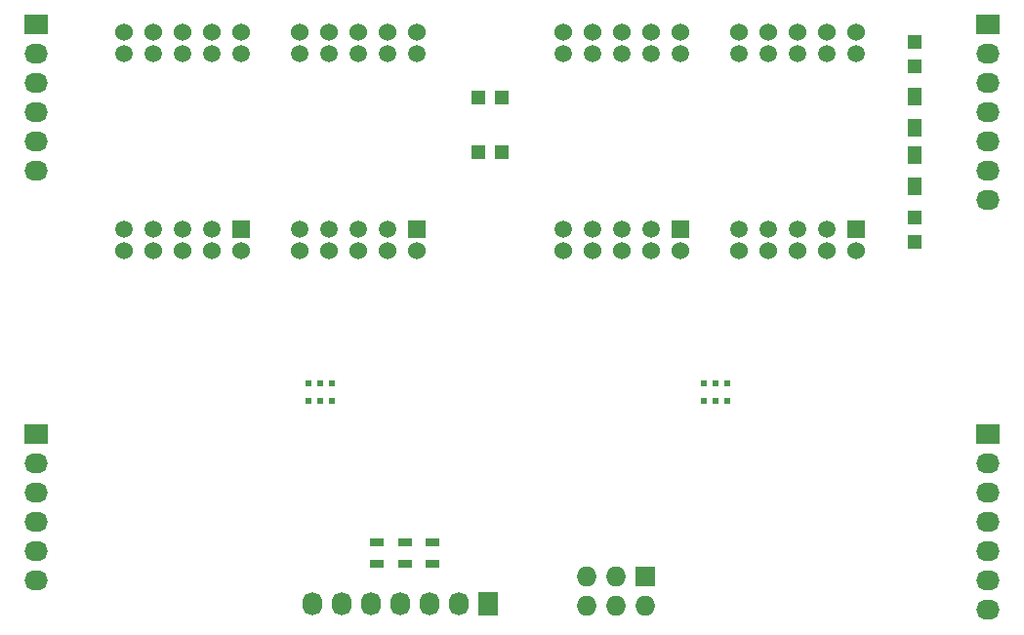
<source format=gbs>
G04 #@! TF.FileFunction,Soldermask,Bot*
%FSLAX46Y46*%
G04 Gerber Fmt 4.6, Leading zero omitted, Abs format (unit mm)*
G04 Created by KiCad (PCBNEW 4.0.0-2.201512072331+6194~38~ubuntu14.04.1-stable) date Sun 31 Jul 2016 10:30:43 AM CEST*
%MOMM*%
G01*
G04 APERTURE LIST*
%ADD10C,0.100000*%
%ADD11R,1.198880X1.198880*%
%ADD12R,2.032000X1.727200*%
%ADD13O,2.032000X1.727200*%
%ADD14R,1.300000X1.500000*%
%ADD15R,1.727200X1.727200*%
%ADD16O,1.727200X1.727200*%
%ADD17R,1.300000X0.700000*%
%ADD18C,0.609600*%
%ADD19R,1.500000X1.500000*%
%ADD20C,1.500000*%
%ADD21C,1.524000*%
%ADD22R,1.727200X2.032000*%
%ADD23O,1.727200X2.032000*%
G04 APERTURE END LIST*
D10*
D11*
X159799020Y-56769000D03*
X157700980Y-56769000D03*
X159799020Y-52070000D03*
X157700980Y-52070000D03*
X195580000Y-49309020D03*
X195580000Y-47210980D03*
X195580000Y-62450980D03*
X195580000Y-64549020D03*
D12*
X119380000Y-81280000D03*
D13*
X119380000Y-83820000D03*
X119380000Y-86360000D03*
X119380000Y-88900000D03*
X119380000Y-91440000D03*
X119380000Y-93980000D03*
D12*
X201930000Y-81280000D03*
D13*
X201930000Y-83820000D03*
X201930000Y-86360000D03*
X201930000Y-88900000D03*
X201930000Y-91440000D03*
X201930000Y-93980000D03*
X201930000Y-96520000D03*
D14*
X195580000Y-51990000D03*
X195580000Y-54690000D03*
X195580000Y-59770000D03*
X195580000Y-57070000D03*
D15*
X172212000Y-93599000D03*
D16*
X172212000Y-96139000D03*
X169672000Y-93599000D03*
X169672000Y-96139000D03*
X167132000Y-93599000D03*
X167132000Y-96139000D03*
D12*
X119380000Y-45720000D03*
D13*
X119380000Y-48260000D03*
X119380000Y-50800000D03*
X119380000Y-53340000D03*
X119380000Y-55880000D03*
X119380000Y-58420000D03*
D12*
X201930000Y-45720000D03*
D13*
X201930000Y-48260000D03*
X201930000Y-50800000D03*
X201930000Y-53340000D03*
X201930000Y-55880000D03*
X201930000Y-58420000D03*
X201930000Y-60960000D03*
D17*
X153797000Y-92517000D03*
X153797000Y-90617000D03*
X148971000Y-92517000D03*
X148971000Y-90617000D03*
D18*
X143002000Y-78359000D03*
X144018000Y-78359000D03*
X145034000Y-78359000D03*
X144018000Y-76835000D03*
X143002000Y-76835000D03*
X145034000Y-76835000D03*
X177292000Y-78359000D03*
X178308000Y-78359000D03*
X179324000Y-78359000D03*
X178308000Y-76835000D03*
X177292000Y-76835000D03*
X179324000Y-76835000D03*
D19*
X137160000Y-63500000D03*
D20*
X134620000Y-63500000D03*
X132080000Y-63500000D03*
X129540000Y-63500000D03*
X127000000Y-63500000D03*
X127000000Y-48260000D03*
X129540000Y-48260000D03*
X132080000Y-48260000D03*
X134620000Y-48260000D03*
X137160000Y-48260000D03*
D21*
X137160000Y-65379600D03*
X134620000Y-65379600D03*
X132080000Y-65379600D03*
X129540000Y-65379600D03*
X127000000Y-65379600D03*
X127000000Y-46380400D03*
X129540000Y-46380400D03*
X132080000Y-46380400D03*
X134620000Y-46380400D03*
X137160000Y-46380400D03*
D19*
X152400000Y-63500000D03*
D20*
X149860000Y-63500000D03*
X147320000Y-63500000D03*
X144780000Y-63500000D03*
X142240000Y-63500000D03*
X142240000Y-48260000D03*
X144780000Y-48260000D03*
X147320000Y-48260000D03*
X149860000Y-48260000D03*
X152400000Y-48260000D03*
D21*
X152400000Y-65379600D03*
X149860000Y-65379600D03*
X147320000Y-65379600D03*
X144780000Y-65379600D03*
X142240000Y-65379600D03*
X142240000Y-46380400D03*
X144780000Y-46380400D03*
X147320000Y-46380400D03*
X149860000Y-46380400D03*
X152400000Y-46380400D03*
D19*
X175260000Y-63500000D03*
D20*
X172720000Y-63500000D03*
X170180000Y-63500000D03*
X167640000Y-63500000D03*
X165100000Y-63500000D03*
X165100000Y-48260000D03*
X167640000Y-48260000D03*
X170180000Y-48260000D03*
X172720000Y-48260000D03*
X175260000Y-48260000D03*
D21*
X175260000Y-65379600D03*
X172720000Y-65379600D03*
X170180000Y-65379600D03*
X167640000Y-65379600D03*
X165100000Y-65379600D03*
X165100000Y-46380400D03*
X167640000Y-46380400D03*
X170180000Y-46380400D03*
X172720000Y-46380400D03*
X175260000Y-46380400D03*
D19*
X190500000Y-63500000D03*
D20*
X187960000Y-63500000D03*
X185420000Y-63500000D03*
X182880000Y-63500000D03*
X180340000Y-63500000D03*
X180340000Y-48260000D03*
X182880000Y-48260000D03*
X185420000Y-48260000D03*
X187960000Y-48260000D03*
X190500000Y-48260000D03*
D21*
X190500000Y-65379600D03*
X187960000Y-65379600D03*
X185420000Y-65379600D03*
X182880000Y-65379600D03*
X180340000Y-65379600D03*
X180340000Y-46380400D03*
X182880000Y-46380400D03*
X185420000Y-46380400D03*
X187960000Y-46380400D03*
X190500000Y-46380400D03*
D17*
X151384000Y-92517000D03*
X151384000Y-90617000D03*
D22*
X158623000Y-96012000D03*
D23*
X156083000Y-96012000D03*
X153543000Y-96012000D03*
X151003000Y-96012000D03*
X148463000Y-96012000D03*
X145923000Y-96012000D03*
X143383000Y-96012000D03*
M02*

</source>
